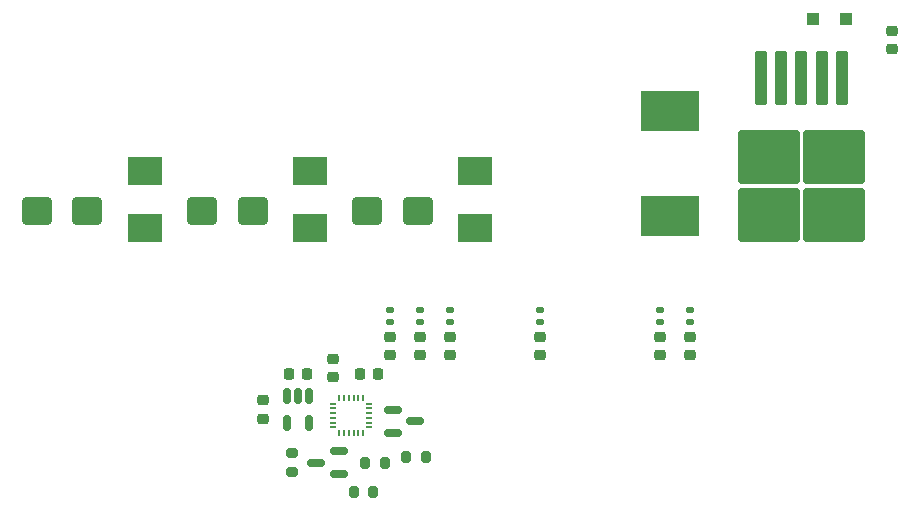
<source format=gtp>
%TF.GenerationSoftware,KiCad,Pcbnew,7.0.8*%
%TF.CreationDate,2024-01-29T21:33:25+01:00*%
%TF.ProjectId,cube-motherboard,63756265-2d6d-46f7-9468-6572626f6172,rev?*%
%TF.SameCoordinates,Original*%
%TF.FileFunction,Paste,Top*%
%TF.FilePolarity,Positive*%
%FSLAX46Y46*%
G04 Gerber Fmt 4.6, Leading zero omitted, Abs format (unit mm)*
G04 Created by KiCad (PCBNEW 7.0.8) date 2024-01-29 21:33:25*
%MOMM*%
%LPD*%
G01*
G04 APERTURE LIST*
G04 Aperture macros list*
%AMRoundRect*
0 Rectangle with rounded corners*
0 $1 Rounding radius*
0 $2 $3 $4 $5 $6 $7 $8 $9 X,Y pos of 4 corners*
0 Add a 4 corners polygon primitive as box body*
4,1,4,$2,$3,$4,$5,$6,$7,$8,$9,$2,$3,0*
0 Add four circle primitives for the rounded corners*
1,1,$1+$1,$2,$3*
1,1,$1+$1,$4,$5*
1,1,$1+$1,$6,$7*
1,1,$1+$1,$8,$9*
0 Add four rect primitives between the rounded corners*
20,1,$1+$1,$2,$3,$4,$5,0*
20,1,$1+$1,$4,$5,$6,$7,0*
20,1,$1+$1,$6,$7,$8,$9,0*
20,1,$1+$1,$8,$9,$2,$3,0*%
G04 Aperture macros list end*
%ADD10R,5.000000X3.400000*%
%ADD11R,3.000000X2.400000*%
%ADD12RoundRect,0.147500X0.172500X-0.147500X0.172500X0.147500X-0.172500X0.147500X-0.172500X-0.147500X0*%
%ADD13RoundRect,0.225000X0.250000X-0.225000X0.250000X0.225000X-0.250000X0.225000X-0.250000X-0.225000X0*%
%ADD14RoundRect,0.150000X-0.150000X0.512500X-0.150000X-0.512500X0.150000X-0.512500X0.150000X0.512500X0*%
%ADD15RoundRect,0.250000X-1.000000X-0.900000X1.000000X-0.900000X1.000000X0.900000X-1.000000X0.900000X0*%
%ADD16RoundRect,0.225000X-0.225000X-0.250000X0.225000X-0.250000X0.225000X0.250000X-0.225000X0.250000X0*%
%ADD17RoundRect,0.150000X0.587500X0.150000X-0.587500X0.150000X-0.587500X-0.150000X0.587500X-0.150000X0*%
%ADD18RoundRect,0.050000X0.225000X0.050000X-0.225000X0.050000X-0.225000X-0.050000X0.225000X-0.050000X0*%
%ADD19RoundRect,0.050000X-0.050000X0.225000X-0.050000X-0.225000X0.050000X-0.225000X0.050000X0.225000X0*%
%ADD20RoundRect,0.200000X-0.200000X-0.275000X0.200000X-0.275000X0.200000X0.275000X-0.200000X0.275000X0*%
%ADD21RoundRect,0.250000X-0.300000X-0.300000X0.300000X-0.300000X0.300000X0.300000X-0.300000X0.300000X0*%
%ADD22RoundRect,0.200000X0.200000X0.275000X-0.200000X0.275000X-0.200000X-0.275000X0.200000X-0.275000X0*%
%ADD23RoundRect,0.200000X0.275000X-0.200000X0.275000X0.200000X-0.275000X0.200000X-0.275000X-0.200000X0*%
%ADD24RoundRect,0.225000X0.225000X0.250000X-0.225000X0.250000X-0.225000X-0.250000X0.225000X-0.250000X0*%
%ADD25RoundRect,0.150000X-0.587500X-0.150000X0.587500X-0.150000X0.587500X0.150000X-0.587500X0.150000X0*%
%ADD26RoundRect,0.250000X-0.300000X2.050000X-0.300000X-2.050000X0.300000X-2.050000X0.300000X2.050000X0*%
%ADD27RoundRect,0.250000X-2.375000X2.025000X-2.375000X-2.025000X2.375000X-2.025000X2.375000X2.025000X0*%
G04 APERTURE END LIST*
D10*
%TO.C,L1*%
X78500000Y-76550000D03*
X78500000Y-85450000D03*
%TD*%
D11*
%TO.C,F3*%
X62000000Y-86430000D03*
X62000000Y-81570000D03*
%TD*%
%TO.C,F2*%
X48000000Y-86430000D03*
X48000000Y-81570000D03*
%TD*%
%TO.C,F1*%
X34000000Y-86430000D03*
X34000000Y-81570000D03*
%TD*%
D12*
%TO.C,D9*%
X77612080Y-94365000D03*
X77612080Y-93395000D03*
%TD*%
D13*
%TO.C,C10*%
X77612080Y-97195000D03*
X77612080Y-95645000D03*
%TD*%
D14*
%TO.C,U6*%
X47925000Y-100662500D03*
X46975000Y-100662500D03*
X46025000Y-100662500D03*
X46025000Y-102937500D03*
X47925000Y-102937500D03*
%TD*%
D12*
%TO.C,D7*%
X59832080Y-94365000D03*
X59832080Y-93395000D03*
%TD*%
D15*
%TO.C,D3*%
X52850000Y-85000000D03*
X57150000Y-85000000D03*
%TD*%
D12*
%TO.C,D6*%
X54752080Y-94365000D03*
X54752080Y-93395000D03*
%TD*%
D16*
%TO.C,C14*%
X52200000Y-98800000D03*
X53750000Y-98800000D03*
%TD*%
D13*
%TO.C,C7*%
X54752080Y-97195000D03*
X54752080Y-95645000D03*
%TD*%
D17*
%TO.C,Q2*%
X50412500Y-107250000D03*
X50412500Y-105350000D03*
X48537500Y-106300000D03*
%TD*%
D13*
%TO.C,C8*%
X59832080Y-97195000D03*
X59832080Y-95645000D03*
%TD*%
D12*
%TO.C,D5*%
X57292080Y-94365000D03*
X57292080Y-93395000D03*
%TD*%
D13*
%TO.C,C6*%
X57292080Y-97195000D03*
X57292080Y-95645000D03*
%TD*%
%TO.C,C13*%
X43975000Y-102575000D03*
X43975000Y-101025000D03*
%TD*%
D12*
%TO.C,D8*%
X67452080Y-94365000D03*
X67452080Y-93395000D03*
%TD*%
D18*
%TO.C,U7*%
X52975000Y-103300000D03*
X52975000Y-102900000D03*
X52975000Y-102500000D03*
X52975000Y-102100000D03*
X52975000Y-101700000D03*
X52975000Y-101300000D03*
D19*
X52475000Y-100800000D03*
X52075000Y-100800000D03*
X51675000Y-100800000D03*
X51275000Y-100800000D03*
X50875000Y-100800000D03*
X50475000Y-100800000D03*
D18*
X49975000Y-101300000D03*
X49975000Y-101700000D03*
X49975000Y-102100000D03*
X49975000Y-102500000D03*
X49975000Y-102900000D03*
X49975000Y-103300000D03*
D19*
X50475000Y-103800000D03*
X50875000Y-103800000D03*
X51275000Y-103800000D03*
X51675000Y-103800000D03*
X52075000Y-103800000D03*
X52475000Y-103800000D03*
%TD*%
D20*
%TO.C,R3*%
X52650000Y-106300000D03*
X54300000Y-106300000D03*
%TD*%
D13*
%TO.C,C11*%
X80152080Y-97195000D03*
X80152080Y-95645000D03*
%TD*%
D15*
%TO.C,D1*%
X24850000Y-85000000D03*
X29150000Y-85000000D03*
%TD*%
%TO.C,D2*%
X38850000Y-85000000D03*
X43150000Y-85000000D03*
%TD*%
D21*
%TO.C,D4*%
X90600000Y-68725000D03*
X93400000Y-68725000D03*
%TD*%
D22*
%TO.C,R4*%
X53325000Y-108800000D03*
X51675000Y-108800000D03*
%TD*%
D13*
%TO.C,C9*%
X67452080Y-97195000D03*
X67452080Y-95645000D03*
%TD*%
%TO.C,C16*%
X97300000Y-71275000D03*
X97300000Y-69725000D03*
%TD*%
D20*
%TO.C,R1*%
X56150000Y-105800000D03*
X57800000Y-105800000D03*
%TD*%
D13*
%TO.C,C15*%
X49975000Y-99075000D03*
X49975000Y-97525000D03*
%TD*%
D23*
%TO.C,R2*%
X46475000Y-107125000D03*
X46475000Y-105475000D03*
%TD*%
D24*
%TO.C,C12*%
X47750000Y-98800000D03*
X46200000Y-98800000D03*
%TD*%
D25*
%TO.C,Q1*%
X55037500Y-101850000D03*
X55037500Y-103750000D03*
X56912500Y-102800000D03*
%TD*%
D26*
%TO.C,U5*%
X93000000Y-73725000D03*
X91300000Y-73725000D03*
X89600000Y-73725000D03*
D27*
X92375000Y-80450000D03*
X86825000Y-80450000D03*
X92375000Y-85300000D03*
X86825000Y-85300000D03*
D26*
X87900000Y-73725000D03*
X86200000Y-73725000D03*
%TD*%
D12*
%TO.C,D10*%
X80152080Y-94365000D03*
X80152080Y-93395000D03*
%TD*%
M02*

</source>
